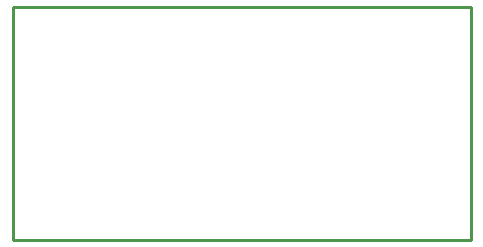
<source format=gko>
G04 Layer_Color=16711935*
%FSLAX25Y25*%
%MOIN*%
G70*
G01*
G75*
%ADD14C,0.01000*%
D14*
X315000Y212500D02*
Y290000D01*
X162500D02*
X315000D01*
X162500Y212500D02*
Y290000D01*
Y212500D02*
X315000D01*
M02*

</source>
